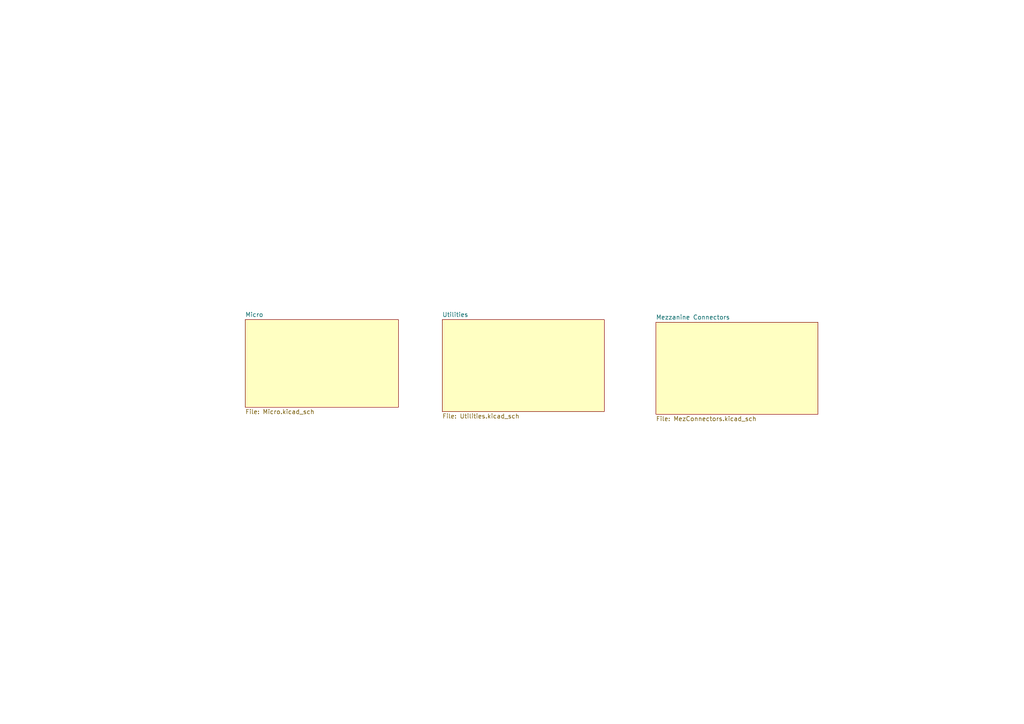
<source format=kicad_sch>
(kicad_sch
	(version 20250114)
	(generator "eeschema")
	(generator_version "9.0")
	(uuid "eca3dcc6-ad89-40f2-89af-537da912d12c")
	(paper "A4")
	(lib_symbols)
	(sheet
		(at 190.246 93.472)
		(size 46.99 26.67)
		(exclude_from_sim no)
		(in_bom yes)
		(on_board yes)
		(dnp no)
		(fields_autoplaced yes)
		(stroke
			(width 0.1524)
			(type solid)
		)
		(fill
			(color 255 255 194 1.0000)
		)
		(uuid "9a6b6c44-923c-43e1-a0f2-b51c853cbfb6")
		(property "Sheetname" "Mezzanine Connectors"
			(at 190.246 92.7604 0)
			(effects
				(font
					(size 1.27 1.27)
				)
				(justify left bottom)
			)
		)
		(property "Sheetfile" "MezConnectors.kicad_sch"
			(at 190.246 120.7266 0)
			(effects
				(font
					(size 1.27 1.27)
				)
				(justify left top)
			)
		)
		(instances
			(project "Vanilla Board v1"
				(path "/eca3dcc6-ad89-40f2-89af-537da912d12c"
					(page "2")
				)
			)
		)
	)
	(sheet
		(at 71.12 92.71)
		(size 44.45 25.4)
		(exclude_from_sim no)
		(in_bom yes)
		(on_board yes)
		(dnp no)
		(fields_autoplaced yes)
		(stroke
			(width 0.1524)
			(type solid)
		)
		(fill
			(color 255 255 194 1.0000)
		)
		(uuid "da39a848-6463-4fb7-92b6-c01b35b7354a")
		(property "Sheetname" "Micro"
			(at 71.12 91.9984 0)
			(effects
				(font
					(size 1.27 1.27)
				)
				(justify left bottom)
			)
		)
		(property "Sheetfile" "Micro.kicad_sch"
			(at 71.12 118.6946 0)
			(effects
				(font
					(size 1.27 1.27)
				)
				(justify left top)
			)
		)
		(instances
			(project "Vanilla Board v1"
				(path "/eca3dcc6-ad89-40f2-89af-537da912d12c"
					(page "4")
				)
			)
		)
	)
	(sheet
		(at 128.27 92.71)
		(size 46.99 26.67)
		(exclude_from_sim no)
		(in_bom yes)
		(on_board yes)
		(dnp no)
		(fields_autoplaced yes)
		(stroke
			(width 0.1524)
			(type solid)
		)
		(fill
			(color 255 255 194 1.0000)
		)
		(uuid "f72f2170-ba0c-4e92-8316-f1147c536ab2")
		(property "Sheetname" "Utilities"
			(at 128.27 91.9984 0)
			(effects
				(font
					(size 1.27 1.27)
				)
				(justify left bottom)
			)
		)
		(property "Sheetfile" "Utilities.kicad_sch"
			(at 128.27 119.9646 0)
			(effects
				(font
					(size 1.27 1.27)
				)
				(justify left top)
			)
		)
		(instances
			(project "Vanilla Board v1"
				(path "/eca3dcc6-ad89-40f2-89af-537da912d12c"
					(page "3")
				)
			)
		)
	)
	(sheet_instances
		(path "/"
			(page "1")
		)
	)
	(embedded_fonts no)
)

</source>
